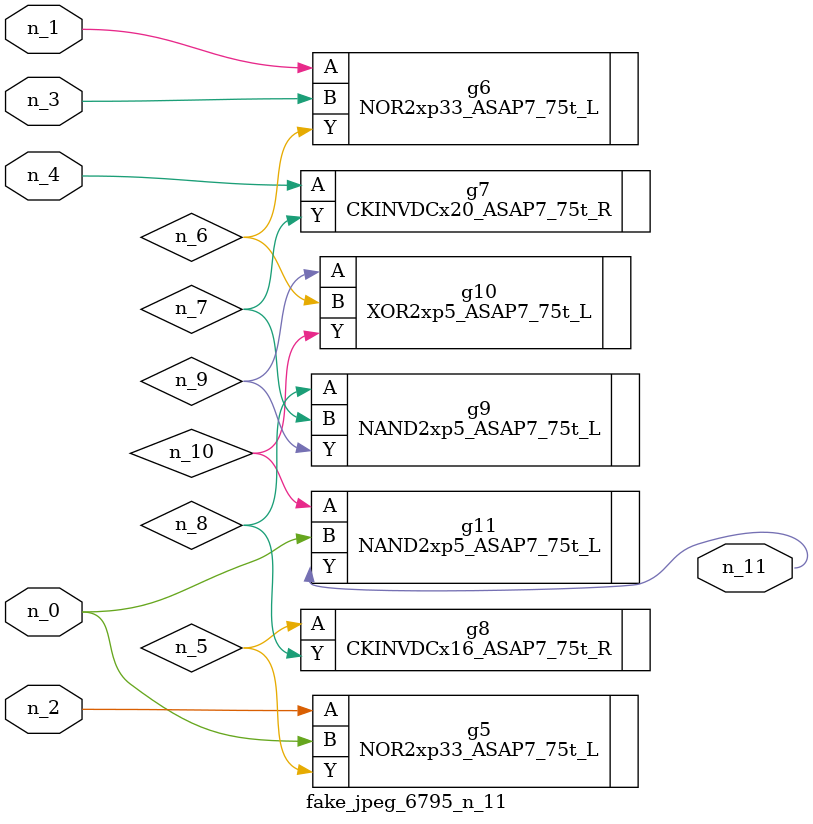
<source format=v>
module fake_jpeg_6795_n_11 (n_3, n_2, n_1, n_0, n_4, n_11);

input n_3;
input n_2;
input n_1;
input n_0;
input n_4;

output n_11;

wire n_10;
wire n_8;
wire n_9;
wire n_6;
wire n_5;
wire n_7;

NOR2xp33_ASAP7_75t_L g5 ( 
.A(n_2),
.B(n_0),
.Y(n_5)
);

NOR2xp33_ASAP7_75t_L g6 ( 
.A(n_1),
.B(n_3),
.Y(n_6)
);

CKINVDCx20_ASAP7_75t_R g7 ( 
.A(n_4),
.Y(n_7)
);

CKINVDCx16_ASAP7_75t_R g8 ( 
.A(n_5),
.Y(n_8)
);

NAND2xp5_ASAP7_75t_L g9 ( 
.A(n_8),
.B(n_7),
.Y(n_9)
);

XOR2xp5_ASAP7_75t_L g10 ( 
.A(n_9),
.B(n_6),
.Y(n_10)
);

NAND2xp5_ASAP7_75t_L g11 ( 
.A(n_10),
.B(n_0),
.Y(n_11)
);


endmodule
</source>
